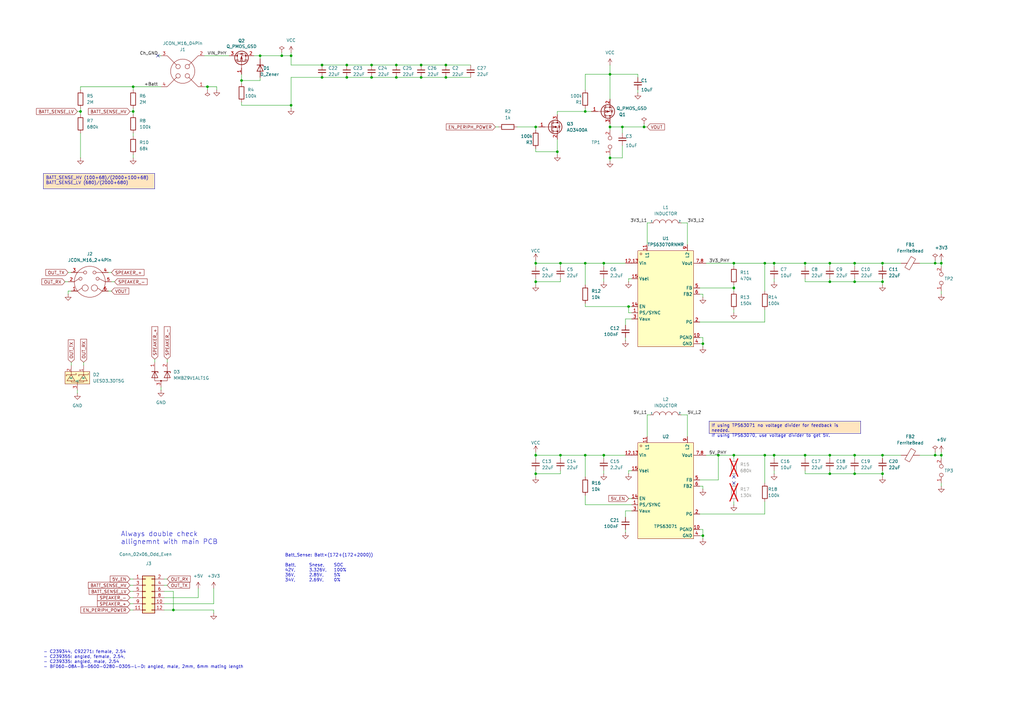
<source format=kicad_sch>
(kicad_sch (version 20231120) (generator "eeschema") (generator_version "8.0")
  (paper "A3")
  (junction (at 142.24 26.67))
  (junction (at 228.6 62.23))
  (junction (at 182.88 26.67))
  (junction (at 132.08 31.75))
  (junction (at 219.71 115.57))
  (junction (at 361.95 115.57))
  (junction (at 350.52 194.31))
  (junction (at 300.99 186.69))
  (junction (at 54.61 45.72))
  (junction (at 361.95 186.69))
  (junction (at 219.71 107.95))
  (junction (at 330.2 107.95))
  (junction (at 340.36 107.95))
  (junction (at 383.54 107.95))
  (junction (at 313.69 107.95))
  (junction (at 313.69 186.69))
  (junction (at 219.71 52.07))
  (junction (at 317.5 186.69))
  (junction (at 250.19 30.48))
  (junction (at 247.65 107.95))
  (junction (at 152.4 31.75))
  (junction (at 115.57 22.86))
  (junction (at 229.87 186.69))
  (junction (at 386.08 186.69))
  (junction (at 250.19 52.07))
  (junction (at 142.24 31.75))
  (junction (at 240.03 45.72))
  (junction (at 182.88 31.75))
  (junction (at 172.72 31.75))
  (junction (at 350.52 115.57))
  (junction (at 340.36 115.57))
  (junction (at 172.72 26.67))
  (junction (at 350.52 107.95))
  (junction (at 132.08 26.67))
  (junction (at 162.56 31.75))
  (junction (at 340.36 186.69))
  (junction (at 361.95 107.95))
  (junction (at 383.54 186.69))
  (junction (at 219.71 194.31))
  (junction (at 257.81 125.73))
  (junction (at 219.71 186.69))
  (junction (at 361.95 194.31))
  (junction (at 240.03 107.95))
  (junction (at 300.99 107.95))
  (junction (at 317.5 107.95))
  (junction (at 85.09 35.56))
  (junction (at 119.38 22.86))
  (junction (at 54.61 35.56))
  (junction (at 300.99 118.11))
  (junction (at 340.36 194.31))
  (junction (at 250.19 64.77))
  (junction (at 106.68 22.86))
  (junction (at 350.52 186.69))
  (junction (at 229.87 107.95))
  (junction (at 240.03 186.69))
  (junction (at 33.02 45.72))
  (junction (at 294.64 186.69))
  (junction (at 255.27 52.07))
  (junction (at 71.12 250.19))
  (junction (at 330.2 186.69))
  (junction (at 119.38 43.18))
  (junction (at 288.29 219.71))
  (junction (at 162.56 26.67))
  (junction (at 99.06 33.02))
  (junction (at 386.08 107.95))
  (junction (at 264.16 52.07))
  (junction (at 247.65 186.69))
  (junction (at 152.4 26.67))
  (junction (at 288.29 140.97))
  (no_connect (at 300.99 198.12))
  (no_connect (at 300.99 195.58))
  (no_connect (at 64.77 22.86))
  (wire (pts (xy 44.45 111.76) (xy 45.72 111.76)))
  (wire (pts (xy 279.4 170.18) (xy 281.94 170.18)))
  (wire (pts (xy 287.02 138.43) (xy 288.29 138.43)))
  (wire (pts (xy 287.02 140.97) (xy 288.29 140.97)))
  (wire (pts (xy 119.38 22.86) (xy 119.38 26.67)))
  (wire (pts (xy 287.02 199.39) (xy 288.29 199.39)))
  (wire (pts (xy 119.38 26.67) (xy 132.08 26.67)))
  (wire (pts (xy 313.69 210.82) (xy 313.69 205.74)))
  (wire (pts (xy 219.71 194.31) (xy 219.71 195.58)))
  (wire (pts (xy 88.9 35.56) (xy 85.09 35.56)))
  (wire (pts (xy 26.67 115.57) (xy 27.94 115.57)))
  (wire (pts (xy 250.19 64.77) (xy 250.19 66.04)))
  (wire (pts (xy 54.61 63.5) (xy 54.61 64.77)))
  (wire (pts (xy 240.03 36.83) (xy 240.03 30.48)))
  (wire (pts (xy 219.71 115.57) (xy 219.71 114.3)))
  (wire (pts (xy 68.58 237.49) (xy 67.31 237.49)))
  (wire (pts (xy 203.2 52.07) (xy 204.47 52.07)))
  (wire (pts (xy 152.4 26.67) (xy 162.56 26.67)))
  (wire (pts (xy 264.16 50.8) (xy 264.16 52.07)))
  (wire (pts (xy 33.02 54.61) (xy 33.02 64.77)))
  (wire (pts (xy 250.19 52.07) (xy 250.19 53.34)))
  (wire (pts (xy 106.68 22.86) (xy 106.68 24.13)))
  (wire (pts (xy 53.34 237.49) (xy 54.61 237.49)))
  (wire (pts (xy 67.31 247.65) (xy 87.63 247.65)))
  (wire (pts (xy 313.69 186.69) (xy 313.69 198.12)))
  (wire (pts (xy 219.71 62.23) (xy 228.6 62.23)))
  (wire (pts (xy 265.43 91.44) (xy 266.7 91.44)))
  (wire (pts (xy 287.02 120.65) (xy 288.29 120.65)))
  (wire (pts (xy 340.36 115.57) (xy 340.36 114.3)))
  (wire (pts (xy 300.99 205.74) (xy 300.99 207.01)))
  (wire (pts (xy 87.63 250.19) (xy 71.12 250.19)))
  (wire (pts (xy 132.08 31.75) (xy 142.24 31.75)))
  (wire (pts (xy 219.71 52.07) (xy 219.71 53.34)))
  (wire (pts (xy 33.02 44.45) (xy 33.02 45.72)))
  (wire (pts (xy 330.2 115.57) (xy 340.36 115.57)))
  (wire (pts (xy 261.62 31.75) (xy 261.62 30.48)))
  (wire (pts (xy 240.03 207.01) (xy 259.08 207.01)))
  (wire (pts (xy 33.02 36.83) (xy 33.02 35.56)))
  (wire (pts (xy 71.12 250.19) (xy 71.12 242.57)))
  (wire (pts (xy 240.03 45.72) (xy 240.03 44.45)))
  (wire (pts (xy 247.65 186.69) (xy 247.65 187.96)))
  (wire (pts (xy 288.29 199.39) (xy 288.29 200.66)))
  (wire (pts (xy 250.19 30.48) (xy 261.62 30.48)))
  (wire (pts (xy 66.04 158.75) (xy 66.04 160.02)))
  (wire (pts (xy 83.82 22.86) (xy 93.98 22.86)))
  (wire (pts (xy 229.87 107.95) (xy 229.87 109.22)))
  (wire (pts (xy 45.72 115.57) (xy 46.99 115.57)))
  (wire (pts (xy 54.61 44.45) (xy 54.61 45.72)))
  (wire (pts (xy 361.95 115.57) (xy 361.95 116.84)))
  (wire (pts (xy 27.94 119.38) (xy 29.21 119.38)))
  (wire (pts (xy 350.52 107.95) (xy 361.95 107.95)))
  (wire (pts (xy 300.99 127) (xy 300.99 128.27)))
  (wire (pts (xy 259.08 128.27) (xy 257.81 128.27)))
  (wire (pts (xy 386.08 186.69) (xy 386.08 187.96)))
  (wire (pts (xy 53.34 250.19) (xy 54.61 250.19)))
  (wire (pts (xy 67.31 245.11) (xy 81.28 245.11)))
  (wire (pts (xy 265.43 100.33) (xy 265.43 91.44)))
  (wire (pts (xy 54.61 35.56) (xy 54.61 36.83)))
  (wire (pts (xy 229.87 115.57) (xy 229.87 114.3)))
  (wire (pts (xy 53.34 247.65) (xy 54.61 247.65)))
  (wire (pts (xy 182.88 31.75) (xy 193.04 31.75)))
  (wire (pts (xy 81.28 241.3) (xy 81.28 245.11)))
  (wire (pts (xy 229.87 194.31) (xy 229.87 193.04)))
  (wire (pts (xy 287.02 210.82) (xy 313.69 210.82)))
  (wire (pts (xy 115.57 22.86) (xy 119.38 22.86)))
  (wire (pts (xy 386.08 107.95) (xy 386.08 109.22)))
  (wire (pts (xy 240.03 107.95) (xy 240.03 116.84)))
  (wire (pts (xy 340.36 194.31) (xy 340.36 193.04)))
  (wire (pts (xy 264.16 52.07) (xy 265.43 52.07)))
  (wire (pts (xy 350.52 115.57) (xy 361.95 115.57)))
  (wire (pts (xy 386.08 119.38) (xy 386.08 120.65)))
  (wire (pts (xy 257.81 125.73) (xy 257.81 128.27)))
  (wire (pts (xy 66.04 35.56) (xy 54.61 35.56)))
  (wire (pts (xy 350.52 186.69) (xy 361.95 186.69)))
  (wire (pts (xy 219.71 107.95) (xy 219.71 106.68)))
  (wire (pts (xy 240.03 45.72) (xy 228.6 45.72)))
  (wire (pts (xy 256.54 138.43) (xy 256.54 139.7)))
  (wire (pts (xy 313.69 132.08) (xy 313.69 127)))
  (wire (pts (xy 229.87 107.95) (xy 240.03 107.95)))
  (wire (pts (xy 317.5 194.31) (xy 317.5 193.04)))
  (wire (pts (xy 104.14 22.86) (xy 106.68 22.86)))
  (wire (pts (xy 340.36 115.57) (xy 350.52 115.57)))
  (wire (pts (xy 350.52 115.57) (xy 350.52 114.3)))
  (wire (pts (xy 250.19 64.77) (xy 255.27 64.77)))
  (wire (pts (xy 330.2 194.31) (xy 340.36 194.31)))
  (wire (pts (xy 119.38 31.75) (xy 132.08 31.75)))
  (wire (pts (xy 162.56 31.75) (xy 172.72 31.75)))
  (wire (pts (xy 219.71 186.69) (xy 229.87 186.69)))
  (wire (pts (xy 88.9 36.83) (xy 88.9 35.56)))
  (wire (pts (xy 119.38 43.18) (xy 119.38 44.45)))
  (wire (pts (xy 257.81 125.73) (xy 259.08 125.73)))
  (wire (pts (xy 240.03 207.01) (xy 240.03 203.2)))
  (wire (pts (xy 265.43 179.07) (xy 265.43 170.18)))
  (wire (pts (xy 340.36 109.22) (xy 340.36 107.95)))
  (wire (pts (xy 377.19 107.95) (xy 383.54 107.95)))
  (wire (pts (xy 247.65 107.95) (xy 256.54 107.95)))
  (wire (pts (xy 182.88 26.67) (xy 193.04 26.67)))
  (wire (pts (xy 99.06 43.18) (xy 119.38 43.18)))
  (wire (pts (xy 350.52 194.31) (xy 361.95 194.31)))
  (wire (pts (xy 313.69 107.95) (xy 313.69 119.38)))
  (wire (pts (xy 330.2 187.96) (xy 330.2 186.69)))
  (wire (pts (xy 67.31 242.57) (xy 71.12 242.57)))
  (wire (pts (xy 383.54 106.68) (xy 383.54 107.95)))
  (wire (pts (xy 265.43 170.18) (xy 266.7 170.18)))
  (wire (pts (xy 115.57 21.59) (xy 115.57 22.86)))
  (wire (pts (xy 219.71 60.96) (xy 219.71 62.23)))
  (wire (pts (xy 99.06 33.02) (xy 106.68 33.02)))
  (wire (pts (xy 289.56 107.95) (xy 300.99 107.95)))
  (wire (pts (xy 142.24 26.67) (xy 152.4 26.67)))
  (wire (pts (xy 330.2 107.95) (xy 340.36 107.95)))
  (wire (pts (xy 255.27 52.07) (xy 255.27 54.61)))
  (wire (pts (xy 250.19 26.67) (xy 250.19 30.48)))
  (wire (pts (xy 257.81 114.3) (xy 257.81 115.57)))
  (wire (pts (xy 228.6 57.15) (xy 228.6 62.23)))
  (wire (pts (xy 361.95 107.95) (xy 369.57 107.95)))
  (wire (pts (xy 87.63 247.65) (xy 87.63 241.3)))
  (wire (pts (xy 240.03 107.95) (xy 247.65 107.95)))
  (wire (pts (xy 288.29 138.43) (xy 288.29 140.97)))
  (wire (pts (xy 228.6 62.23) (xy 228.6 63.5)))
  (wire (pts (xy 27.94 120.65) (xy 27.94 119.38)))
  (wire (pts (xy 281.94 170.18) (xy 281.94 179.07)))
  (wire (pts (xy 330.2 109.22) (xy 330.2 107.95)))
  (wire (pts (xy 229.87 186.69) (xy 240.03 186.69)))
  (wire (pts (xy 350.52 109.22) (xy 350.52 107.95)))
  (wire (pts (xy 68.58 147.32) (xy 68.58 148.59)))
  (wire (pts (xy 87.63 250.19) (xy 87.63 251.46)))
  (wire (pts (xy 287.02 132.08) (xy 313.69 132.08)))
  (wire (pts (xy 257.81 193.04) (xy 257.81 194.31)))
  (wire (pts (xy 317.5 187.96) (xy 317.5 186.69)))
  (wire (pts (xy 256.54 217.17) (xy 256.54 218.44)))
  (wire (pts (xy 256.54 130.81) (xy 259.08 130.81)))
  (wire (pts (xy 300.99 118.11) (xy 300.99 119.38)))
  (wire (pts (xy 340.36 187.96) (xy 340.36 186.69)))
  (wire (pts (xy 219.71 115.57) (xy 229.87 115.57)))
  (wire (pts (xy 281.94 91.44) (xy 281.94 100.33)))
  (wire (pts (xy 54.61 35.56) (xy 33.02 35.56)))
  (wire (pts (xy 256.54 209.55) (xy 259.08 209.55)))
  (wire (pts (xy 383.54 185.42) (xy 383.54 186.69)))
  (wire (pts (xy 300.99 107.95) (xy 313.69 107.95)))
  (wire (pts (xy 247.65 107.95) (xy 247.65 109.22)))
  (wire (pts (xy 250.19 63.5) (xy 250.19 64.77)))
  (wire (pts (xy 247.65 115.57) (xy 247.65 114.3)))
  (wire (pts (xy 99.06 33.02) (xy 99.06 34.29)))
  (wire (pts (xy 53.34 240.03) (xy 54.61 240.03)))
  (wire (pts (xy 99.06 33.02) (xy 99.06 30.48)))
  (wire (pts (xy 330.2 186.69) (xy 340.36 186.69)))
  (wire (pts (xy 288.29 219.71) (xy 288.29 220.98)))
  (wire (pts (xy 27.94 111.76) (xy 29.21 111.76)))
  (wire (pts (xy 106.68 31.75) (xy 106.68 33.02)))
  (wire (pts (xy 162.56 26.67) (xy 172.72 26.67)))
  (wire (pts (xy 287.02 196.85) (xy 294.64 196.85)))
  (wire (pts (xy 256.54 133.35) (xy 256.54 130.81)))
  (wire (pts (xy 300.99 107.95) (xy 300.99 109.22)))
  (wire (pts (xy 294.64 186.69) (xy 300.99 186.69)))
  (wire (pts (xy 288.29 140.97) (xy 288.29 142.24)))
  (wire (pts (xy 242.57 45.72) (xy 240.03 45.72)))
  (wire (pts (xy 240.03 125.73) (xy 240.03 124.46)))
  (wire (pts (xy 67.31 250.19) (xy 71.12 250.19)))
  (wire (pts (xy 85.09 36.83) (xy 85.09 35.56)))
  (wire (pts (xy 219.71 194.31) (xy 229.87 194.31)))
  (wire (pts (xy 240.03 186.69) (xy 247.65 186.69)))
  (wire (pts (xy 317.5 115.57) (xy 317.5 114.3)))
  (wire (pts (xy 383.54 186.69) (xy 386.08 186.69)))
  (wire (pts (xy 29.21 148.59) (xy 29.21 149.86)))
  (wire (pts (xy 287.02 219.71) (xy 288.29 219.71)))
  (wire (pts (xy 287.02 217.17) (xy 288.29 217.17)))
  (wire (pts (xy 317.5 186.69) (xy 330.2 186.69)))
  (wire (pts (xy 317.5 107.95) (xy 330.2 107.95)))
  (wire (pts (xy 386.08 198.12) (xy 386.08 199.39)))
  (wire (pts (xy 31.75 160.02) (xy 31.75 161.29)))
  (wire (pts (xy 288.29 217.17) (xy 288.29 219.71)))
  (wire (pts (xy 340.36 107.95) (xy 350.52 107.95)))
  (wire (pts (xy 240.03 125.73) (xy 257.81 125.73)))
  (wire (pts (xy 261.62 36.83) (xy 261.62 38.1)))
  (wire (pts (xy 172.72 26.67) (xy 182.88 26.67)))
  (wire (pts (xy 219.71 115.57) (xy 219.71 116.84)))
  (wire (pts (xy 33.02 45.72) (xy 31.75 45.72)))
  (wire (pts (xy 386.08 185.42) (xy 386.08 186.69)))
  (wire (pts (xy 287.02 118.11) (xy 300.99 118.11)))
  (wire (pts (xy 361.95 194.31) (xy 361.95 195.58)))
  (wire (pts (xy 119.38 21.59) (xy 119.38 22.86)))
  (wire (pts (xy 240.03 186.69) (xy 240.03 195.58)))
  (wire (pts (xy 294.64 196.85) (xy 294.64 186.69)))
  (wire (pts (xy 300.99 186.69) (xy 300.99 187.96)))
  (wire (pts (xy 132.08 26.67) (xy 142.24 26.67)))
  (wire (pts (xy 66.04 22.86) (xy 64.77 22.86)))
  (wire (pts (xy 152.4 31.75) (xy 162.56 31.75)))
  (wire (pts (xy 250.19 30.48) (xy 250.19 40.64)))
  (wire (pts (xy 361.95 186.69) (xy 369.57 186.69)))
  (wire (pts (xy 219.71 107.95) (xy 229.87 107.95)))
  (wire (pts (xy 330.2 115.57) (xy 330.2 114.3)))
  (wire (pts (xy 300.99 118.11) (xy 300.99 116.84)))
  (wire (pts (xy 54.61 54.61) (xy 54.61 55.88)))
  (wire (pts (xy 330.2 194.31) (xy 330.2 193.04)))
  (wire (pts (xy 67.31 240.03) (xy 68.58 240.03)))
  (wire (pts (xy 350.52 194.31) (xy 350.52 193.04)))
  (wire (pts (xy 386.08 106.68) (xy 386.08 107.95)))
  (wire (pts (xy 142.24 31.75) (xy 152.4 31.75)))
  (wire (pts (xy 34.29 148.59) (xy 34.29 149.86)))
  (wire (pts (xy 106.68 22.86) (xy 115.57 22.86)))
  (wire (pts (xy 313.69 186.69) (xy 317.5 186.69)))
  (wire (pts (xy 340.36 186.69) (xy 350.52 186.69)))
  (wire (pts (xy 219.71 186.69) (xy 219.71 185.42)))
  (wire (pts (xy 119.38 43.18) (xy 119.38 31.75)))
  (wire (pts (xy 256.54 212.09) (xy 256.54 209.55)))
  (wire (pts (xy 255.27 52.07) (xy 264.16 52.07)))
  (wire (pts (xy 377.19 186.69) (xy 383.54 186.69)))
  (wire (pts (xy 259.08 114.3) (xy 257.81 114.3)))
  (wire (pts (xy 317.5 109.22) (xy 317.5 107.95)))
  (wire (pts (xy 53.34 242.57) (xy 54.61 242.57)))
  (wire (pts (xy 54.61 45.72) (xy 54.61 46.99)))
  (wire (pts (xy 279.4 91.44) (xy 281.94 91.44)))
  (wire (pts (xy 53.34 45.72) (xy 54.61 45.72)))
  (wire (pts (xy 289.56 186.69) (xy 294.64 186.69)))
  (wire (pts (xy 85.09 35.56) (xy 83.82 35.56)))
  (wire (pts (xy 247.65 194.31) (xy 247.65 193.04)))
  (wire (pts (xy 219.71 107.95) (xy 219.71 109.22)))
  (wire (pts (xy 361.95 109.22) (xy 361.95 107.95)))
  (wire (pts (xy 255.27 64.77) (xy 255.27 59.69)))
  (wire (pts (xy 288.29 120.65) (xy 288.29 121.92)))
  (wire (pts (xy 33.02 45.72) (xy 33.02 46.99)))
  (wire (pts (xy 219.71 186.69) (xy 219.71 187.96)))
  (wire (pts (xy 172.72 31.75) (xy 182.88 31.75)))
  (wire (pts (xy 361.95 187.96) (xy 361.95 186.69)))
  (wire (pts (xy 383.54 107.95) (xy 386.08 107.95)))
  (wire (pts (xy 340.36 194.31) (xy 350.52 194.31)))
  (wire (pts (xy 250.19 52.07) (xy 255.27 52.07)))
  (wire (pts (xy 361.95 193.04) (xy 361.95 194.31)))
  (wire (pts (xy 259.08 193.04) (xy 257.81 193.04)))
  (wire (pts (xy 350.52 187.96) (xy 350.52 186.69)))
  (wire (pts (xy 361.95 114.3) (xy 361.95 115.57)))
  (wire (pts (xy 212.09 52.07) (xy 219.71 52.07)))
  (wire (pts (xy 313.69 107.95) (xy 317.5 107.95)))
  (wire (pts (xy 44.45 119.38) (xy 45.72 119.38)))
  (wire (pts (xy 250.19 50.8) (xy 250.19 52.07)))
  (wire (pts (xy 53.34 245.11) (xy 54.61 245.11)))
  (wire (pts (xy 219.71 52.07) (xy 220.98 52.07)))
  (wire (pts (xy 300.99 186.69) (xy 313.69 186.69)))
  (wire (pts (xy 229.87 186.69) (xy 229.87 187.96)))
  (wire (pts (xy 63.5 147.32) (xy 63.5 148.59)))
  (wire (pts (xy 228.6 45.72) (xy 228.6 46.99)))
  (wire (pts (xy 240.03 30.48) (xy 250.19 30.48)))
  (wire (pts (xy 257.81 204.47) (xy 259.08 204.47)))
  (wire (pts (xy 219.71 194.31) (xy 219.71 193.04)))
  (wire (pts (xy 247.65 186.69) (xy 256.54 186.69)))
  (wire (pts (xy 99.06 43.18) (xy 99.06 41.91)))
  (text_box "If using TPS63071 no voltage divider for feedback is needed.\nIf using TPS63070, use voltage divider to get 5V." (at 290.83 172.72 0) (size 62.23 5.08) (fill (type color) (color 255 229 191 1)) (effects (font (size 1.27 1.27)) (justify left top)))
  (text_box "BATT_SENSE_HV (100+68)/(2000+100+68)\nBATT_SENSE_LV (680)/(2000+680)" (at 17.78 71.12 0) (size 45.72 6.35) (fill (type color) (color 255 229 191 1)) (effects (font (size 1.27 1.27)) (justify left top)))
  (text "Always double check \nallignemnt with main PCB" (at 49.53 223.52 0) (effects (font (size 2 2)) (justify left bottom)))
  (text "- C239344, C92271: female, 2.54 \n- C239355: angled, female, 2.54, \n- C239335: angled, male, 2.54\n- BF060-08A-B-0600-0280-0305-L-D: angled, male, 2mm, 6mm mating length" (at 17.78 274.32 0) (effects (font (size 1.27 1.27)) (justify left bottom)))
  (text "Batt_Sense: Batt×(172÷(172+2000))\n\nBatt,	Snese,	SOC\n42V, 	3.326V,	100%\n36V, 	2.85V,	5%\n34V, 	2.69V,	0%\n" (at 116.84 238.76 0) (effects (font (size 1.27 1.27)) (justify left bottom)))
  (label "3V3_L1" (at 265.43 91.44 180))
  (label "5V_L2" (at 281.94 170.18 0))
  (label "VIN_PHY" (at 85.09 22.86 0))
  (label "Ch_GND" (at 64.77 22.86 180))
  (label "5V_L1" (at 265.43 170.18 180))
  (label "3V3_L2" (at 281.94 91.44 0))
  (label "+Batt" (at 64.77 35.56 180))
  (label "3V3_PHY" (at 290.83 107.95 0))
  (label "5V_PHY" (at 290.83 186.69 0))
  (global_label "VOUT" (shape input) (at 265.43 52.07 0) (property "Intersheetrefs" "${INTERSHEET_REFS}" (effects (hide yes))))
  (global_label "SPEAKER_-" (shape input) (at 68.58 147.32 90) (property "Intersheetrefs" "${INTERSHEET_REFS}" (effects (hide yes))))
  (global_label "5V_EN" (shape input) (at 257.81 204.47 180) (property "Intersheetrefs" "${INTERSHEET_REFS}" (effects (hide yes))))
  (global_label "SPEAKER_-" (shape input) (at 46.99 115.57 0) (property "Intersheetrefs" "${INTERSHEET_REFS}" (effects (hide yes))))
  (global_label "SPEAKER_-" (shape input) (at 53.34 245.11 180) (property "Intersheetrefs" "${INTERSHEET_REFS}" (effects (hide yes))))
  (global_label "BATT_SENSE_LV" (shape input) (at 31.75 45.72 180) (property "Intersheetrefs" "${INTERSHEET_REFS}" (effects (hide yes))))
  (global_label "SPEAKER_+" (shape input) (at 53.34 247.65 180) (property "Intersheetrefs" "${INTERSHEET_REFS}" (effects (hide yes))))
  (global_label "EN_PERIPH_POWER" (shape input) (at 203.2 52.07 180) (property "Intersheetrefs" "${INTERSHEET_REFS}" (effects (hide yes))))
  (global_label "OUT_RX" (shape input) (at 26.67 115.57 180) (property "Intersheetrefs" "${INTERSHEET_REFS}" (effects (hide yes))))
  (global_label "SPEAKER_+" (shape input) (at 63.5 147.32 90) (property "Intersheetrefs" "${INTERSHEET_REFS}" (effects (hide yes))))
  (global_label "VOUT" (shape input) (at 45.72 119.38 0) (property "Intersheetrefs" "${INTERSHEET_REFS}" (effects (hide yes))))
  (global_label "OUT_RX" (shape input) (at 68.58 237.49 0) (property "Intersheetrefs" "${INTERSHEET_REFS}" (effects (hide yes))))
  (global_label "BATT_SENSE_HV" (shape input) (at 53.34 240.03 180) (property "Intersheetrefs" "${INTERSHEET_REFS}" (effects (hide yes))))
  (global_label "OUT_TX" (shape input) (at 68.58 240.03 0) (property "Intersheetrefs" "${INTERSHEET_REFS}" (effects (hide yes))))
  (global_label "OUT_TX" (shape input) (at 29.21 148.59 90) (property "Intersheetrefs" "${INTERSHEET_REFS}" (effects (hide yes))))
  (global_label "EN_PERIPH_POWER" (shape input) (at 53.34 250.19 180) (property "Intersheetrefs" "${INTERSHEET_REFS}" (effects (hide yes))))
  (global_label "BATT_SENSE_HV" (shape input) (at 53.34 45.72 180) (property "Intersheetrefs" "${INTERSHEET_REFS}" (effects (hide yes))))
  (global_label "OUT_TX" (shape input) (at 27.94 111.76 180) (property "Intersheetrefs" "${INTERSHEET_REFS}" (effects (hide yes))))
  (global_label "BATT_SENSE_LV" (shape input) (at 53.34 242.57 180) (property "Intersheetrefs" "${INTERSHEET_REFS}" (effects (hide yes))))
  (global_label "OUT_RX" (shape input) (at 34.29 148.59 90) (property "Intersheetrefs" "${INTERSHEET_REFS}" (effects (hide yes))))
  (global_label "5V_EN" (shape input) (at 53.34 237.49 180) (property "Intersheetrefs" "${INTERSHEET_REFS}" (effects (hide yes))))
  (global_label "SPEAKER_+" (shape input) (at 45.72 111.76 0) (property "Intersheetrefs" "${INTERSHEET_REFS}" (effects (hide yes))))
  (symbol (lib_id "Device:C_Small") (at 317.5 111.76 0) (unit 1)
    (property "Reference" "C7" (at 320.04 110.49 0) (effects (justify left)))
    (property "Value" "10uF" (at 320.04 113.03 0) (effects (justify left)))
    (property "Footprint" "Capacitor_SMD:C_0402_1005Metric" (effects (hide yes)))
    (property "LCSC" "C15525" (effects (hide yes)))
  )
  (symbol (lib_id "Device:C_Small") (at 142.24 29.21 0) (unit 1)
    (property "Reference" "C23" (at 144.78 27.9463 0) (effects (justify left)))
    (property "Value" "22uF" (at 144.78 30.4863 0) (effects (justify left)))
    (property "Footprint" "Capacitor_SMD:C_0805_2012Metric" (effects (hide yes)))
    (property "LCSC" "C45783" (effects (hide yes)))
  )
  (symbol (lib_id "power:GND") (at 87.63 251.46 0) (mirror y) (unit 1)
    (property "Reference" "#PWR037" (effects (hide yes)))
    (property "Value" "GND" (effects (hide yes)))
    (property "Description" "Power symbol creates a global label with name \"GND\" , ground" (effects (hide yes)))
  )
  (symbol (lib_id "power:GND") (at 33.02 64.77 0) (unit 1)
    (property "Reference" "#PWR08" (effects (hide yes)))
    (property "Value" "GND" (effects (hide yes)))
    (property "Description" "Power symbol creates a global label with name \"GND\" , ground" (effects (hide yes)))
  )
  (symbol (lib_id "power:GND") (at 250.19 66.04 0) (unit 1)
    (property "Reference" "#PWR06" (effects (hide yes)))
    (property "Value" "GND" (effects (hide yes)))
    (property "Description" "Power symbol creates a global label with name \"GND\" , ground" (effects (hide yes)))
  )
  (symbol (lib_id "power:VCC") (at 250.19 26.67 0) (unit 1)
    (property "Reference" "#PWR01" (effects (hide yes)))
    (property "Value" "VCC" (at 250.19 21.59 0))
    (property "Description" "Power symbol creates a global label with name \"VCC\"" (effects (hide yes)))
  )
  (symbol (lib_id "power:GND") (at 300.99 128.27 0) (unit 1)
    (property "Reference" "#PWR020" (effects (hide yes)))
    (property "Value" "GND" (effects (hide yes)))
    (property "Description" "Power symbol creates a global label with name \"GND\" , ground" (effects (hide yes)))
  )
  (symbol (lib_id "power:GND") (at 31.75 161.29 0) (unit 1)
    (property "Reference" "#PWR038" (effects (hide yes)))
    (property "Value" "GND" (at 31.75 166.37 0))
    (property "Description" "Power symbol creates a global label with name \"GND\" , ground" (effects (hide yes)))
  )
  (symbol (lib_id "Connector:TestPoint_2Pole") (at 386.08 193.04 90) (unit 1) (in_bom no)
    (property "Reference" "TP3" (at 387.35 193.04 90) (effects (justify right)))
    (property "Value" "TestPoint_2Pole" (effects (hide yes)))
    (property "Footprint" "cacophony-library:test-point-2p" (effects (hide yes)))
  )
  (symbol (lib_id "Device:R") (at 300.99 123.19 0) (unit 1)
    (property "Reference" "R13" (at 303.53 121.92 0) (effects (justify left)))
    (property "Value" "150k" (at 303.53 124.46 0) (effects (justify left)))
    (property "Footprint" "Resistor_SMD:R_0402_1005Metric" (effects (hide yes)))
    (property "LCSC" "C723770" (effects (hide yes)))
  )
  (symbol (lib_id "power:+3V3") (at 386.08 106.68 0) (unit 1)
    (property "Reference" "#PWR011" (effects (hide yes)))
    (property "Value" "+3V3" (at 386.08 101.6 0))
    (property "Description" "Power symbol creates a global label with name \"+3V3\"" (effects (hide yes)))
  )
  (symbol (lib_id "power:GND") (at 288.29 200.66 0) (unit 1)
    (property "Reference" "#PWR031" (effects (hide yes)))
    (property "Value" "GND" (effects (hide yes)))
    (property "Description" "Power symbol creates a global label with name \"GND\" , ground" (effects (hide yes)))
  )
  (symbol (lib_id "Device:C_Small") (at 132.08 29.21 0) (unit 1)
    (property "Reference" "C22" (at 134.62 27.9463 0) (effects (justify left)))
    (property "Value" "22uF" (at 134.62 30.4863 0) (effects (justify left)))
    (property "Footprint" "Capacitor_SMD:C_0805_2012Metric" (effects (hide yes)))
    (property "LCSC" "C45783" (effects (hide yes)))
  )
  (symbol (lib_id "Device:Q_PMOS_GSD") (at 99.06 25.4 90) (unit 1)
    (property "Reference" "Q2" (at 99.06 16.7132 90))
    (property "Value" "Q_PMOS_GSD" (at 99.06 19.05 90))
    (property "Footprint" "Package_TO_SOT_SMD:SOT-23" (effects (hide yes)))
    (property "LCSC" "C15127" (effects (hide yes)))
  )
  (symbol (lib_id "power:GND") (at 386.08 199.39 0) (unit 1)
    (property "Reference" "#PWR030" (effects (hide yes)))
    (property "Value" "GND" (effects (hide yes)))
    (property "Description" "Power symbol creates a global label with name \"GND\" , ground" (effects (hide yes)))
  )
  (symbol (lib_id "power:GND") (at 317.5 194.31 0) (unit 1)
    (property "Reference" "#PWR027" (effects (hide yes)))
    (property "Value" "GND" (effects (hide yes)))
    (property "Description" "Power symbol creates a global label with name \"GND\" , ground" (effects (hide yes)))
  )
  (symbol (lib_id "power:GND") (at 228.6 63.5 0) (unit 1)
    (property "Reference" "#PWR05" (effects (hide yes)))
    (property "Value" "GND" (effects (hide yes)))
    (property "Description" "Power symbol creates a global label with name \"GND\" , ground" (effects (hide yes)))
  )
  (symbol (lib_id "power:GND") (at 119.38 44.45 0) (unit 1)
    (property "Reference" "#PWR07" (effects (hide yes)))
    (property "Value" "GND" (effects (hide yes)))
    (property "Description" "Power symbol creates a global label with name \"GND\" , ground" (effects (hide yes)))
  )
  (symbol (lib_id "Device:FerriteBead") (at 373.38 186.69 90) (unit 1)
    (property "Reference" "FB2" (at 373.3292 179.07 90))
    (property "Value" "FerriteBead" (at 373.3292 181.61 90))
    (property "Footprint" "Inductor_SMD:L_0805_2012Metric" (effects (hide yes)))
    (property "LCSC" "C76818" (effects (hide yes)))
  )
  (symbol (lib_id "power:GND") (at 219.71 116.84 0) (unit 1)
    (property "Reference" "#PWR015" (effects (hide yes)))
    (property "Value" "GND" (effects (hide yes)))
    (property "Description" "Power symbol creates a global label with name \"GND\" , ground" (effects (hide yes)))
  )
  (symbol (lib_id "Connector_Generic:Conn_02x06_Odd_Even") (at 59.69 242.57 0) (unit 1)
    (property "Reference" "J3" (at 60.96 231.14 0))
    (property "Value" "Conn_02x06_Odd_Even" (at 59.69 227.33 0))
    (property "Footprint" "cacophony-library:PinHeader_2x06_P2.00mm_Horizontal" (effects (hide yes)))
    (property "Digikey" "2073-BF060-12A-B-0600-0280-0305-L-D-ND" (effects (hide yes)))
    (property "LCSC" "C7086099" (effects (hide yes)))
  )
  (symbol (lib_id "power:GND") (at 361.95 195.58 0) (unit 1)
    (property "Reference" "#PWR029" (effects (hide yes)))
    (property "Value" "GND" (effects (hide yes)))
    (property "Description" "Power symbol creates a global label with name \"GND\" , ground" (effects (hide yes)))
  )
  (symbol (lib_id "Device:R") (at 54.61 50.8 0) (unit 1)
    (property "Reference" "R8" (at 57.15 49.5299 0) (effects (justify left)))
    (property "Value" "100k" (at 57.15 52.0699 0) (effects (justify left)))
    (property "Footprint" "Resistor_SMD:R_0402_1005Metric" (effects (hide yes)))
    (property "LCSC" "C445619" (effects (hide yes)))
  )
  (symbol (lib_id "power:GND") (at 88.9 36.83 0) (unit 1)
    (property "Reference" "#PWR04" (effects (hide yes)))
    (property "Value" "GND" (effects (hide yes)))
    (property "Description" "Power symbol creates a global label with name \"GND\" , ground" (effects (hide yes)))
  )
  (symbol (lib_id "power:VCC") (at 219.71 185.42 0) (unit 1)
    (property "Reference" "#PWR023" (effects (hide yes)))
    (property "Value" "VCC" (at 219.71 181.61 0))
    (property "Description" "Power symbol creates a global label with name \"VCC\"" (effects (hide yes)))
  )
  (symbol (lib_id "cacophony-library:TPS63071") (at 273.05 193.04 0) (unit 1)
    (property "Reference" "U2" (at 273.05 179.07 0))
    (property "Value" "TPS63071" (at 273.05 215.9 0))
    (property "Footprint" "cacophony-library:TPS63070" (effects (hide yes)))
    (property "Datasheet" "https://lcsc.com/product-detail/DC-DC-Converters_TI_TPS63070RNMR_TPS63070RNMR_C109322.html" (effects (hide yes)))
    (property "LCSC Part" "C2876599" (effects (hide yes)))
    (property "LCSC" "C2876599 " (effects (hide yes)))
  )
  (symbol (lib_id "Device:C_Small") (at 256.54 214.63 0) (unit 1)
    (property "Reference" "C21" (at 250.19 213.36 0) (effects (justify left)))
    (property "Value" "100nF" (at 247.65 215.9 0) (effects (justify left)))
    (property "Footprint" "Capacitor_SMD:C_0402_1005Metric" (effects (hide yes)))
    (property "LCSC" "C100072" (effects (hide yes)))
  )
  (symbol (lib_id "Device:R") (at 313.69 123.19 0) (unit 1)
    (property "Reference" "R14" (at 314.96 121.92 0) (effects (justify left)))
    (property "Value" "100k" (at 314.96 124.46 0) (effects (justify left)))
    (property "Footprint" "Resistor_SMD:R_0402_1005Metric" (effects (hide yes)))
    (property "LCSC" "C25741" (effects (hide yes)))
  )
  (symbol (lib_id "Device:C_Small") (at 247.65 111.76 0) (unit 1)
    (property "Reference" "C6" (at 250.19 110.4962 0) (effects (justify left)))
    (property "Value" "2.2uF" (at 250.19 113.0362 0) (effects (justify left)))
    (property "Footprint" "Capacitor_SMD:C_0402_1005Metric" (effects (hide yes)))
    (property "LCSC" "C159814" (effects (hide yes)))
  )
  (symbol (lib_id "Device:C_Small") (at 350.52 190.5 0) (unit 1)
    (property "Reference" "C19" (at 353.06 189.2363 0) (effects (justify left)))
    (property "Value" "22uF" (at 353.06 191.7763 0) (effects (justify left)))
    (property "Footprint" "Capacitor_SMD:C_0603_1608Metric" (effects (hide yes)))
    (property "LCSC" "C86295" (effects (hide yes)))
  )
  (symbol (lib_id "Device:C_Small") (at 219.71 111.76 0) (unit 1)
    (property "Reference" "C4" (at 222.25 110.4963 0) (effects (justify left)))
    (property "Value" "22uF" (at 222.25 113.0363 0) (effects (justify left)))
    (property "Footprint" "Capacitor_SMD:C_0805_2012Metric" (effects (hide yes)))
    (property "LCSC" "C45783" (effects (hide yes)))
  )
  (symbol (lib_id "Device:C_Small") (at 330.2 111.76 0) (unit 1)
    (property "Reference" "C8" (at 332.74 110.4963 0) (effects (justify left)))
    (property "Value" "22uF" (at 332.74 113.0363 0) (effects (justify left)))
    (property "Footprint" "Capacitor_SMD:C_0603_1608Metric" (effects (hide yes)))
    (property "LCSC" "C86295" (effects (hide yes)))
  )
  (symbol (lib_id "power:GND") (at 288.29 220.98 0) (unit 1)
    (property "Reference" "#PWR034" (effects (hide yes)))
    (property "Value" "GND" (effects (hide yes)))
    (property "Description" "Power symbol creates a global label with name \"GND\" , ground" (effects (hide yes)))
  )
  (symbol (lib_id "power:+5V") (at 386.08 185.42 0) (unit 1)
    (property "Reference" "#PWR024" (effects (hide yes)))
    (property "Value" "+5V" (at 386.08 180.34 0))
    (property "Description" "Power symbol creates a global label with name \"+5V\"" (effects (hide yes)))
  )
  (symbol (lib_id "cacophony-library:TPS63070RNMR") (at 273.05 114.3 0) (unit 1)
    (property "Reference" "U1" (at 273.05 97.79 0))
    (property "Value" "TPS63070RNMR" (at 273.05 100.33 0))
    (property "Footprint" "cacophony-library:TPS63070" (effects (hide yes)))
    (property "Datasheet" "https://lcsc.com/product-detail/DC-DC-Converters_TI_TPS63070RNMR_TPS63070RNMR_C109322.html" (effects (hide yes)))
    (property "LCSC Part" "C109322" (effects (hide yes)))
    (property "LCSC" "C109322" (effects (hide yes)))
  )
  (symbol (lib_id "power:GND") (at 257.81 115.57 0) (unit 1)
    (property "Reference" "#PWR013" (effects (hide yes)))
    (property "Value" "GND" (effects (hide yes)))
    (property "Description" "Power symbol creates a global label with name \"GND\" , ground" (effects (hide yes)))
  )
  (symbol (lib_id "power:GND") (at 54.61 64.77 0) (unit 1)
    (property "Reference" "#PWR09" (effects (hide yes)))
    (property "Value" "GND" (effects (hide yes)))
    (property "Description" "Power symbol creates a global label with name \"GND\" , ground" (effects (hide yes)))
  )
  (symbol (lib_id "power:+5V") (at 81.28 241.3 0) (unit 1)
    (property "Reference" "#PWR035" (effects (hide yes)))
    (property "Value" "+5V" (at 81.28 236.22 0))
    (property "Description" "Power symbol creates a global label with name \"+5V\"" (effects (hide yes)))
  )
  (symbol (lib_id "Device:R") (at 300.99 201.93 0) (unit 1) (in_bom no) (dnp yes)
    (property "Reference" "R17" (at 303.53 200.66 0) (effects (justify left)))
    (property "Value" "130k" (at 303.53 203.2 0) (effects (justify left)))
    (property "Footprint" "Resistor_SMD:R_0402_1005Metric" (effects (hide yes)))
  )
  (symbol (lib_id "power:+3V3") (at 87.63 241.3 0) (unit 1)
    (property "Reference" "#PWR036" (effects (hide yes)))
    (property "Value" "+3V3" (at 87.63 236.22 0))
    (property "Description" "Power symbol creates a global label with name \"+3V3\"" (effects (hide yes)))
  )
  (symbol (lib_id "Device:FerriteBead") (at 373.38 107.95 90) (unit 1)
    (property "Reference" "FB1" (at 373.3292 100.33 90))
    (property "Value" "FerriteBead" (at 373.3292 102.87 90))
    (property "Footprint" "Inductor_SMD:L_0805_2012Metric" (effects (hide yes)))
    (property "LCSC" "C76818" (effects (hide yes)))
  )
  (symbol (lib_id "power:PWR_FLAG") (at 115.57 21.59 0) (unit 1)
    (property "Reference" "#FLG01" (effects (hide yes)))
    (property "Value" "PWR_FLAG" (effects (hide yes)))
    (property "Description" "Special symbol for telling ERC where power comes from" (effects (hide yes)))
  )
  (symbol (lib_id "Device:D_Zener") (at 106.68 27.94 270) (unit 1)
    (property "Reference" "D1" (at 107.95 27.94 90) (effects (justify left)))
    (property "Value" "D_Zener" (at 106.68 30.48 90) (effects (justify left)))
    (property "Footprint" "cacophony-library:LL-34_L3.5-W1.5-RD" (effects (hide yes)))
    (property "LCSC" "C7497481" (effects (hide yes)))
  )
  (symbol (lib_id "Device:C_Small") (at 152.4 29.21 0) (unit 1)
    (property "Reference" "C24" (at 154.94 27.9463 0) (effects (justify left)))
    (property "Value" "22uF" (at 154.94 30.4863 0) (effects (justify left)))
    (property "Footprint" "Capacitor_SMD:C_0805_2012Metric" (effects (hide yes)))
    (property "LCSC" "C45783" (effects (hide yes)))
  )
  (symbol (lib_id "power:GND") (at 317.5 115.57 0) (unit 1)
    (property "Reference" "#PWR014" (effects (hide yes)))
    (property "Value" "GND" (effects (hide yes)))
    (property "Description" "Power symbol creates a global label with name \"GND\" , ground" (effects (hide yes)))
  )
  (symbol (lib_id "Device:C_Small") (at 361.95 111.76 0) (unit 1)
    (property "Reference" "C11" (at 364.49 110.4963 0) (effects (justify left)))
    (property "Value" "22uF" (at 364.49 113.0363 0) (effects (justify left)))
    (property "Footprint" "Capacitor_SMD:C_0603_1608Metric" (effects (hide yes)))
    (property "LCSC" "C86295" (effects (hide yes)))
  )
  (symbol (lib_id "cacophony-library:UESD3.3DT5G") (at 31.75 154.94 180) (unit 1)
    (property "Reference" "D2" (at 38.1 153.6699 0) (effects (justify right)))
    (property "Value" "UESD3.3DT5G" (at 38.1 156.2099 0) (effects (justify right)))
    (property "Footprint" "Package_TO_SOT_SMD:SOT-723" (effects (hide yes)))
    (property "Datasheet" "https://lcsc.com/product-detail/Others_ON-Semicon_UESD3-3DT5G_ON-Semicon-ON-UESD3-3DT5G_C233435.html" (effects (hide yes)))
    (property "LCSC" "C233435" (effects (hide yes)))
  )
  (symbol (lib_id "Device:C_Small") (at 330.2 190.5 0) (unit 1)
    (property "Reference" "C17" (at 332.74 189.2363 0) (effects (justify left)))
    (property "Value" "22uF" (at 332.74 191.7763 0) (effects (justify left)))
    (property "Footprint" "Capacitor_SMD:C_0603_1608Metric" (effects (hide yes)))
    (property "LCSC" "C86295" (effects (hide yes)))
  )
  (symbol (lib_id "Connector:TestPoint_2Pole") (at 250.19 58.42 90) (unit 1) (in_bom no)
    (property "Reference" "TP1" (at 242.57 58.42 90) (effects (justify right)))
    (property "Value" "TestPoint_2Pole" (effects (hide yes)))
    (property "Footprint" "cacophony-library:test-point-2p" (effects (hide yes)))
  )
  (symbol (lib_id "power:PWR_FLAG") (at 383.54 106.68 0) (unit 1)
    (property "Reference" "#FLG04" (effects (hide yes)))
    (property "Value" "PWR_FLAG" (effects (hide yes)))
    (property "Description" "Special symbol for telling ERC where power comes from" (effects (hide yes)))
  )
  (symbol (lib_id "power:GND") (at 27.94 120.65 0) (unit 1)
    (property "Reference" "#PWR017" (effects (hide yes)))
    (property "Value" "GND" (effects (hide yes)))
    (property "Description" "Power symbol creates a global label with name \"GND\" , ground" (effects (hide yes)))
  )
  (symbol (lib_id "Device:C_Small") (at 182.88 29.21 0) (unit 1)
    (property "Reference" "C2" (at 185.42 27.9463 0) (effects (justify left)))
    (property "Value" "22uF" (at 185.42 30.4863 0) (effects (justify left)))
    (property "Footprint" "Capacitor_SMD:C_0805_2012Metric" (effects (hide yes)))
    (property "LCSC" "C45783" (effects (hide yes)))
  )
  (symbol (lib_id "Device:R") (at 99.06 38.1 0) (unit 1)
    (property "Reference" "R4" (at 102.87 36.83 0))
    (property "Value" "100k" (at 102.87 39.37 0))
    (property "Footprint" "Resistor_SMD:R_0402_1005Metric" (effects (hide yes)))
    (property "LCSC" "C25741" (effects (hide yes)))
  )
  (symbol (lib_id "Device:C_Small") (at 219.71 190.5 0) (unit 1)
    (property "Reference" "C13" (at 222.25 189.2363 0) (effects (justify left)))
    (property "Value" "22uF" (at 222.25 191.7763 0) (effects (justify left)))
    (property "Footprint" "Capacitor_SMD:C_0805_2012Metric" (effects (hide yes)))
    (property "LCSC" "C45783" (effects (hide yes)))
  )
  (symbol (lib_id "Device:C_Small") (at 340.36 111.76 0) (unit 1)
    (property "Reference" "C9" (at 342.9 110.4963 0) (effects (justify left)))
    (property "Value" "22uF" (at 342.9 113.0363 0) (effects (justify left)))
    (property "Footprint" "Capacitor_SMD:C_0603_1608Metric" (effects (hide yes)))
    (property "LCSC" "C86295" (effects (hide yes)))
  )
  (symbol (lib_id "Device:R") (at 33.02 40.64 0) (unit 1)
    (property "Reference" "R5" (at 35.56 39.3699 0) (effects (justify left)))
    (property "Value" "2M" (at 35.56 41.9099 0) (effects (justify left)))
    (property "Footprint" "Resistor_SMD:R_1210_3225Metric" (effects (hide yes)))
    (property "LCSC" "C304148" (effects (hide yes)))
  )
  (symbol (lib_id "power:GND") (at 256.54 218.44 0) (unit 1)
    (property "Reference" "#PWR033" (effects (hide yes)))
    (property "Value" "GND" (effects (hide yes)))
    (property "Description" "Power symbol creates a global label with name \"GND\" , ground" (effects (hide yes)))
  )
  (symbol (lib_id "Connector:TestPoint_2Pole") (at 386.08 114.3 90) (unit 1) (in_bom no)
    (property "Reference" "TP2" (at 387.35 114.3 90) (effects (justify right)))
    (property "Value" "TestPoint_2Pole" (effects (hide yes)))
    (property "Footprint" "cacophony-library:test-point-2p" (effects (hide yes)))
  )
  (symbol (lib_id "power:GND") (at 257.81 194.31 0) (unit 1)
    (property "Reference" "#PWR026" (effects (hide yes)))
    (property "Value" "GND" (effects (hide yes)))
    (property "Description" "Power symbol creates a global label with name \"GND\" , ground" (effects (hide yes)))
  )
  (symbol (lib_id "Device:C_Small") (at 340.36 190.5 0) (unit 1)
    (property "Reference" "C18" (at 342.9 189.2363 0) (effects (justify left)))
    (property "Value" "22uF" (at 342.9 191.7763 0) (effects (justify left)))
    (property "Footprint" "Capacitor_SMD:C_0603_1608Metric" (effects (hide yes)))
    (property "LCSC" "C86295" (effects (hide yes)))
  )
  (symbol (lib_id "power:GND") (at 288.29 121.92 0) (unit 1)
    (property "Reference" "#PWR019" (effects (hide yes)))
    (property "Value" "GND" (effects (hide yes)))
    (property "Description" "Power symbol creates a global label with name \"GND\" , ground" (effects (hide yes)))
  )
  (symbol (lib_id "Device:R") (at 54.61 59.69 0) (unit 1)
    (property "Reference" "R10" (at 57.15 58.4199 0) (effects (justify left)))
    (property "Value" "68k" (at 57.15 60.9599 0) (effects (justify left)))
    (property "Footprint" "Resistor_SMD:R_0402_1005Metric" (effects (hide yes)))
    (property "LCSC" "C445618" (effects (hide yes)))
  )
  (symbol (lib_id "Device:R") (at 300.99 191.77 0) (unit 1) (in_bom no) (dnp yes)
    (property "Reference" "R15" (at 303.53 190.5 0) (effects (justify left)))
    (property "Value" "680k" (at 303.53 193.04 0) (effects (justify left)))
    (property "Footprint" "Resistor_SMD:R_0402_1005Metric" (effects (hide yes)))
  )
  (symbol (lib_id "Device:C_Small") (at 247.65 190.5 0) (unit 1)
    (property "Reference" "C15" (at 250.19 189.2362 0) (effects (justify left)))
    (property "Value" "2.2uF" (at 250.19 191.7762 0) (effects (justify left)))
    (property "Footprint" "Capacitor_SMD:C_0402_1005Metric" (effects (hide yes)))
    (property "LCSC" "C159814" (effects (hide yes)))
  )
  (symbol (lib_id "power:GND") (at 247.65 115.57 0) (unit 1)
    (property "Reference" "#PWR012" (effects (hide yes)))
    (property "Value" "GND" (effects (hide yes)))
    (property "Description" "Power symbol creates a global label with name \"GND\" , ground" (effects (hide yes)))
  )
  (symbol (lib_id "Diode:MMBZxx") (at 66.04 153.67 0) (unit 1)
    (property "Reference" "D3" (at 71.12 152.5269 0) (effects (justify left)))
    (property "Value" "MMBZ9V1ALT1G" (at 71.12 155.0669 0) (effects (justify left)))
    (property "Footprint" "Package_TO_SOT_SMD:SOT-23" (effects (hide yes)))
    (property "Datasheet" "http://www.onsemi.com/pub/Collateral/MMBZ5V6ALT1-D.PDF" (effects (hide yes)))
    (property "Description" "Double Zener Diode, Common Anode, 225mW, SOT-23" (effects (hide yes)))
    (property "LCSC" "C236093" (effects (hide yes)))
  )
  (symbol (lib_id "power:VCC") (at 219.71 106.68 0) (unit 1)
    (property "Reference" "#PWR010" (effects (hide yes)))
    (property "Value" "VCC" (at 219.71 102.87 0))
    (property "Description" "Power symbol creates a global label with name \"VCC\"" (effects (hide yes)))
  )
  (symbol (lib_id "power:GND") (at 361.95 116.84 0) (unit 1)
    (property "Reference" "#PWR016" (effects (hide yes)))
    (property "Value" "GND" (effects (hide yes)))
    (property "Description" "Power symbol creates a global label with name \"GND\" , ground" (effects (hide yes)))
  )
  (symbol (lib_id "Device:C_Small") (at 193.04 29.21 0) (unit 1)
    (property "Reference" "C27" (at 195.58 27.9463 0) (effects (justify left)))
    (property "Value" "22uF" (at 195.58 30.4863 0) (effects (justify left)))
    (property "Footprint" "Capacitor_SMD:C_0805_2012Metric" (effects (hide yes)))
    (property "LCSC" "C45783" (effects (hide yes)))
  )
  (symbol (lib_id "Device:C_Small") (at 229.87 111.76 0) (unit 1)
    (property "Reference" "C5" (at 232.41 110.4963 0) (effects (justify left)))
    (property "Value" "22uF" (at 232.41 113.0363 0) (effects (justify left)))
    (property "Footprint" "Capacitor_SMD:C_0805_2012Metric" (effects (hide yes)))
    (property "LCSC" "C45783" (effects (hide yes)))
  )
  (symbol (lib_id "Device:C_Small") (at 317.5 190.5 0) (unit 1)
    (property "Reference" "C16" (at 320.04 189.23 0) (effects (justify left)))
    (property "Value" "10uF" (at 320.04 191.77 0) (effects (justify left)))
    (property "Footprint" "Capacitor_SMD:C_0402_1005Metric" (effects (hide yes)))
    (property "LCSC" "C15525" (effects (hide yes)))
  )
  (symbol (lib_id "Transistor_FET:AO3400A") (at 226.06 52.07 0) (unit 1)
    (property "Reference" "Q3" (at 232.41 50.8 0) (effects (justify left)))
    (property "Value" "AO3400A" (at 232.41 53.34 0) (effects (justify left)))
    (property "Footprint" "Package_TO_SOT_SMD:SOT-23" (effects (hide yes)))
    (property "Datasheet" "http://www.aosmd.com/pdfs/datasheet/AO3400A.pdf" (effects (hide yes)))
    (property "Description" "30V Vds, 5.7A Id, N-Channel MOSFET, SOT-23" (effects (hide yes)))
    (property "LCSC" "C20917" (effects (hide yes)))
  )
  (symbol (lib_id "Device:R") (at 208.28 52.07 90) (unit 1)
    (property "Reference" "R2" (at 208.28 45.72 90))
    (property "Value" "1k" (at 208.28 48.26 90))
    (property "Footprint" "Resistor_SMD:R_0402_1005Metric" (effects (hide yes)))
    (property "LCSC" "C11702" (effects (hide yes)))
  )
  (symbol (lib_id "power:GND") (at 66.04 160.02 0) (unit 1)
    (property "Reference" "#PWR039" (effects (hide yes)))
    (property "Value" "GND" (at 66.04 165.1 0))
    (property "Description" "Power symbol creates a global label with name \"GND\" , ground" (effects (hide yes)))
  )
  (symbol (lib_id "power:GND") (at 300.99 207.01 0) (unit 1)
    (property "Reference" "#PWR032" (effects (hide yes)))
    (property "Value" "GND" (effects (hide yes)))
    (property "Description" "Power symbol creates a global label with name \"GND\" , ground" (effects (hide yes)))
  )
  (symbol (lib_id "Device:C_Small") (at 256.54 135.89 0) (unit 1)
    (property "Reference" "C12" (at 250.19 134.62 0) (effects (justify left)))
    (property "Value" "100nF" (at 247.65 137.16 0) (effects (justify left)))
    (property "Footprint" "Capacitor_SMD:C_0402_1005Metric" (effects (hide yes)))
    (property "LCSC" "C100072" (effects (hide yes)))
  )
  (symbol (lib_id "power:GND") (at 386.08 120.65 0) (unit 1)
    (property "Reference" "#PWR018" (effects (hide yes)))
    (property "Value" "GND" (effects (hide yes)))
    (property "Description" "Power symbol creates a global label with name \"GND\" , ground" (effects (hide yes)))
  )
  (symbol (lib_id "Device:R") (at 240.03 120.65 0) (unit 1)
    (property "Reference" "R12" (at 242.57 119.38 0) (effects (justify left)))
    (property "Value" "10k" (at 242.57 121.92 0) (effects (justify left)))
    (property "Footprint" "Resistor_SMD:R_0402_1005Metric" (effects (hide yes)))
    (property "LCSC" "C25744" (effects (hide yes)))
  )
  (symbol (lib_id "Device:C_Small") (at 255.27 57.15 0) (unit 1)
    (property "Reference" "C3" (at 256.54 55.88 0) (effects (justify left)))
    (property "Value" "10uF" (at 256.54 59.69 0) (effects (justify left)))
    (property "Footprint" "Capacitor_SMD:C_0603_1608Metric" (effects (hide yes)))
    (property "LCSC" "C19702" (effects (hide yes)))
  )
  (symbol (lib_id "Device:R") (at 300.99 113.03 0) (unit 1)
    (property "Reference" "R11" (at 303.53 111.76 0) (effects (justify left)))
    (property "Value" "470k" (at 303.53 114.3 0) (effects (justify left)))
    (property "Footprint" "Resistor_SMD:R_0402_1005Metric" (effects (hide yes)))
    (property "LCSC" "C319591" (effects (hide yes)))
  )
  (symbol (lib_id "Device:R") (at 240.03 40.64 180) (unit 1)
    (property "Reference" "R1" (at 238.76 41.91 0) (effects (justify left)))
    (property "Value" "100k" (at 238.76 39.37 0) (effects (justify left)))
    (property "Footprint" "Resistor_SMD:R_0402_1005Metric" (effects (hide yes)))
    (property "LCSC" "C25741" (effects (hide yes)))
  )
  (symbol (lib_id "Device:R") (at 219.71 57.15 180) (unit 1)
    (property "Reference" "R3" (at 218.44 58.42 0) (effects (justify left)))
    (property "Value" "100k" (at 218.44 55.88 0) (effects (justify left)))
    (property "Footprint" "Resistor_SMD:R_0402_1005Metric" (effects (hide yes)))
    (property "LCSC" "C25741" (effects (hide yes)))
  )
  (symbol (lib_id "Device:R") (at 240.03 199.39 0) (unit 1)
    (property "Reference" "R16" (at 242.57 198.12 0) (effects (justify left)))
    (property "Value" "10k" (at 242.57 200.66 0) (effects (justify left)))
    (property "Footprint" "Resistor_SMD:R_0402_1005Metric" (effects (hide yes)))
    (property "LCSC" "C25744" (effects (hide yes)))
  )
  (symbol (lib_id "cacophony-library:Power_Inductor") (at 273.05 170.18 0) (unit 1)
    (property "Reference" "L2" (at 273.05 163.83 0))
    (property "Value" "INDUCTOR" (at 273.05 166.37 0))
    (property "Footprint" "Inductor_SMD:L_1008_2520Metric" (effects (hide yes)))
    (property "LCSC" "C2042459" (effects (hide yes)))
  )
  (symbol (lib_id "Device:C_Small") (at 172.72 29.21 0) (unit 1)
    (property "Reference" "C26" (at 175.26 27.9463 0) (effects (justify left)))
    (property "Value" "22uF" (at 175.26 30.4863 0) (effects (justify left)))
    (property "Footprint" "Capacitor_SMD:C_0805_2012Metric" (effects (hide yes)))
    (property "LCSC" "C45783" (effects (hide yes)))
  )
  (symbol (lib_id "Device:R") (at 313.69 201.93 0) (unit 1)
    (property "Reference" "R18" (at 314.96 200.66 0) (effects (justify left)))
    (property "Value" "100k" (at 314.96 203.2 0) (effects (justify left)))
    (property "Footprint" "Resistor_SMD:R_0402_1005Metric" (effects (hide yes)))
    (property "LCSC" "C25741" (effects (hide yes)))
  )
  (symbol (lib_id "power:GND") (at 256.54 139.7 0) (unit 1)
    (property "Reference" "#PWR021" (effects (hide yes)))
    (property "Value" "GND" (effects (hide yes)))
    (property "Description" "Power symbol creates a global label with name \"GND\" , ground" (effects (hide yes)))
  )
  (symbol (lib_id "power:PWR_FLAG") (at 85.09 36.83 180) (unit 1)
    (property "Reference" "#FLG03" (effects (hide yes)))
    (property "Value" "PWR_FLAG" (effects (hide yes)))
    (property "Description" "Special symbol for telling ERC where power comes from" (effects (hide yes)))
  )
  (symbol (lib_id "Device:R") (at 33.02 50.8 0) (unit 1)
    (property "Reference" "R7" (at 35.56 49.53 0) (effects (justify left)))
    (property "Value" "680k" (at 35.56 52.07 0) (effects (justify left)))
    (property "Footprint" "Resistor_SMD:R_0805_2012Metric" (effects (hide yes)))
    (property "LCSC" "C5151924" (effects (hide yes)))
  )
  (symbol (lib_id "Device:C_Small") (at 350.52 111.76 0) (unit 1)
    (property "Reference" "C10" (at 353.06 110.4963 0) (effects (justify left)))
    (property "Value" "22uF" (at 353.06 113.0363 0) (effects (justify left)))
    (property "Footprint" "Capacitor_SMD:C_0603_1608Metric" (effects (hide yes)))
    (property "LCSC" "C86295" (effects (hide yes)))
  )
  (symbol (lib_id "power:VCC") (at 119.38 21.59 0) (unit 1)
    (property "Reference" "#PWR03" (effects (hide yes)))
    (property "Value" "VCC" (at 119.38 16.51 0))
    (property "Description" "Power symbol creates a global label with name \"VCC\"" (effects (hide yes)))
  )
  (symbol (lib_id "power:PWR_FLAG") (at 383.54 185.42 0) (unit 1)
    (property "Reference" "#FLG05" (effects (hide yes)))
    (property "Value" "PWR_FLAG" (effects (hide yes)))
    (property "Description" "Special symbol for telling ERC where power comes from" (effects (hide yes)))
  )
  (symbol (lib_id "power:PWR_FLAG") (at 264.16 50.8 0) (unit 1)
    (property "Reference" "#FLG02" (effects (hide yes)))
    (property "Value" "PWR_FLAG" (effects (hide yes)))
    (property "Description" "Special symbol for telling ERC where power comes from" (effects (hide yes)))
  )
  (symbol (lib_id "Device:R") (at 54.61 40.64 0) (unit 1)
    (property "Reference" "R6" (at 57.15 39.3699 0) (effects (justify left)))
    (property "Value" "2M" (at 57.15 41.9099 0) (effects (justify left)))
    (property "Footprint" "Resistor_SMD:R_1210_3225Metric" (effects (hide yes)))
    (property "LCSC" "C304148" (effects (hide yes)))
  )
  (symbol (lib_id "cacophony-library:JCON_M16_04Pin") (at 74.93 29.21 180) (unit 1) (in_bom no)
    (property "Reference" "J1" (at 74.93 20.32 0))
    (property "Value" "JCON_M16_04Pin" (at 74.93 17.78 0))
    (property "Footprint" "cacophony-library:jcon-4pin_m16" (effects (hide yes)))
  )
  (symbol (lib_id "power:GND") (at 288.29 142.24 0) (unit 1)
    (property "Reference" "#PWR022" (effects (hide yes)))
    (property "Value" "GND" (effects (hide yes)))
    (property "Description" "Power symbol creates a global label with name \"GND\" , ground" (effects (hide yes)))
  )
  (symbol (lib_id "power:GND") (at 219.71 195.58 0) (unit 1)
    (property "Reference" "#PWR028" (effects (hide yes)))
    (property "Value" "GND" (effects (hide yes)))
    (property "Description" "Power symbol creates a global label with name \"GND\" , ground" (effects (hide yes)))
  )
  (symbol (lib_id "power:GND") (at 261.62 38.1 0) (unit 1)
    (property "Reference" "#PWR02" (effects (hide yes)))
    (property "Value" "GND" (effects (hide yes)))
    (property "Description" "Power symbol creates a global label with name \"GND\" , ground" (effects (hide yes)))
  )
  (symbol (lib_id "Device:C_Small") (at 261.62 34.29 0) (unit 1)
    (property "Reference" "C1" (at 262.89 33.02 0) (effects (justify left)))
    (property "Value" "10uF" (at 262.89 36.83 0) (effects (justify left)))
    (property "Footprint" "Capacitor_SMD:C_0603_1608Metric" (effects (hide yes)))
    (property "LCSC" "C19702" (effects (hide yes)))
  )
  (symbol (lib_id "Device:C_Small") (at 162.56 29.21 0) (unit 1)
    (property "Reference" "C25" (at 165.1 27.9463 0) (effects (justify left)))
    (property "Value" "22uF" (at 165.1 30.4863 0) (effects (justify left)))
    (property "Footprint" "Capacitor_SMD:C_0805_2012Metric" (effects (hide yes)))
    (property "LCSC" "C45783" (effects (hide yes)))
  )
  (symbol (lib_id "power:GND") (at 247.65 194.31 0) (unit 1)
    (property "Reference" "#PWR025" (effects (hide yes)))
    (property "Value" "GND" (effects (hide yes)))
    (property "Description" "Power symbol creates a global label with name \"GND\" , ground" (effects (hide yes)))
  )
  (symbol (lib_id "Device:Q_PMOS_GSD") (at 247.65 45.72 0) (mirror x) (unit 1)
    (property "Reference" "Q1" (at 255.27 46.99 0))
    (property "Value" "Q_PMOS_GSD" (at 259.08 44.45 0))
    (property "Footprint" "Package_TO_SOT_SMD:SOT-23" (effects (hide yes)))
    (property "LCSC" "C15127" (effects (hide yes)))
  )
  (symbol (lib_id "cacophony-library:Power_Inductor") (at 273.05 91.44 0) (unit 1)
    (property "Reference" "L1" (at 273.05 85.09 0))
    (property "Value" "INDUCTOR" (at 273.05 87.63 0))
    (property "Footprint" "Inductor_SMD:L_1008_2520Metric" (effects (hide yes)))
    (property "LCSC" "C2042459" (effects (hide yes)))
  )
  (symbol (lib_id "cacophony-library:JCON_M16_2+4Pin") (at 36.83 115.57 0) (unit 1) (in_bom no)
    (property "Reference" "J2" (at 36.83 104.14 0))
    (property "Value" "JCON_M16_2+4Pin" (at 36.83 106.68 0))
    (property "Footprint" "cacophony-library:jcon-2+4pin-m16" (effects (hide yes)))
  )
  (symbol (lib_id "Device:C_Small") (at 229.87 190.5 0) (unit 1)
    (property "Reference" "C14" (at 232.41 189.2363 0) (effects (justify left)))
    (property "Value" "22uF" (at 232.41 191.7763 0) (effects (justify left)))
    (property "Footprint" "Capacitor_SMD:C_0805_2012Metric" (effects (hide yes)))
    (property "LCSC" "C45783" (effects (hide yes)))
  )
  (symbol (lib_id "Device:C_Small") (at 361.95 190.5 0) (unit 1)
    (property "Reference" "C20" (at 364.49 189.2363 0) (effects (justify left)))
    (property "Value" "22uF" (at 364.49 191.7763 0) (effects (justify left)))
    (property "Footprint" "Capacitor_SMD:C_0603_1608Metric" (effects (hide yes)))
    (property "LCSC" "C86295" (effects (hide yes)))
  )
)
</source>
